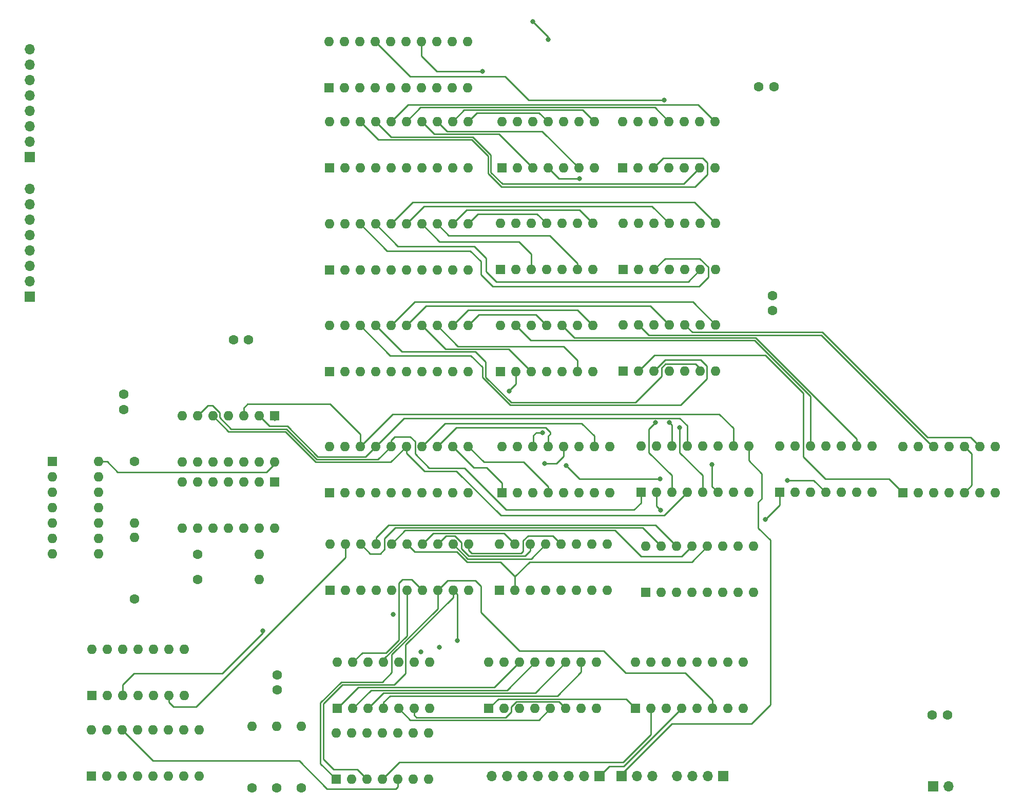
<source format=gbr>
%TF.GenerationSoftware,KiCad,Pcbnew,(5.1.9-0-10_14)*%
%TF.CreationDate,2021-04-21T01:18:25-04:00*%
%TF.ProjectId,ALU,414c552e-6b69-4636-9164-5f7063625858,rev?*%
%TF.SameCoordinates,Original*%
%TF.FileFunction,Copper,L2,Inr*%
%TF.FilePolarity,Positive*%
%FSLAX46Y46*%
G04 Gerber Fmt 4.6, Leading zero omitted, Abs format (unit mm)*
G04 Created by KiCad (PCBNEW (5.1.9-0-10_14)) date 2021-04-21 01:18:25*
%MOMM*%
%LPD*%
G01*
G04 APERTURE LIST*
%TA.AperFunction,ComponentPad*%
%ADD10O,1.700000X1.700000*%
%TD*%
%TA.AperFunction,ComponentPad*%
%ADD11R,1.700000X1.700000*%
%TD*%
%TA.AperFunction,ComponentPad*%
%ADD12O,1.600000X1.600000*%
%TD*%
%TA.AperFunction,ComponentPad*%
%ADD13R,1.600000X1.600000*%
%TD*%
%TA.AperFunction,ComponentPad*%
%ADD14C,1.600000*%
%TD*%
%TA.AperFunction,ViaPad*%
%ADD15C,0.800000*%
%TD*%
%TA.AperFunction,Conductor*%
%ADD16C,0.250000*%
%TD*%
G04 APERTURE END LIST*
D10*
%TO.N,/F3*%
%TO.C,J6*%
X152336500Y-148971000D03*
%TO.N,/F2*%
X154876500Y-148971000D03*
%TO.N,/F1*%
X157416500Y-148971000D03*
D11*
%TO.N,/F0*%
X159956500Y-148971000D03*
%TD*%
D12*
%TO.N,VCC*%
%TO.C,U19*%
X96139000Y-141922500D03*
%TO.N,GND*%
X111379000Y-149542500D03*
%TO.N,Net-(R8-Pad2)*%
X98679000Y-141922500D03*
%TO.N,/SUB*%
X108839000Y-149542500D03*
%TO.N,Net-(U19-Pad12)*%
X101219000Y-141922500D03*
%TO.N,Net-(U19-Pad5)*%
X106299000Y-149542500D03*
%TO.N,Net-(R7-Pad2)*%
X103759000Y-141922500D03*
%TO.N,Net-(U19-Pad4)*%
X103759000Y-149542500D03*
%TO.N,Net-(U19-Pad10)*%
X106299000Y-141922500D03*
%TO.N,/Y1*%
X101219000Y-149542500D03*
%TO.N,Net-(R6-Pad2)*%
X108839000Y-141922500D03*
%TO.N,Net-(U19-Pad2)*%
X98679000Y-149542500D03*
%TO.N,Net-(U19-Pad8)*%
X111379000Y-141922500D03*
D13*
%TO.N,/Y2*%
X96139000Y-149542500D03*
%TD*%
D12*
%TO.N,VCC*%
%TO.C,U27*%
X55816500Y-128079500D03*
%TO.N,GND*%
X71056500Y-135699500D03*
%TO.N,N/C*%
X58356500Y-128079500D03*
%TO.N,/SHIFT_EN*%
X68516500Y-135699500D03*
%TO.N,N/C*%
X60896500Y-128079500D03*
%TO.N,Net-(U26-Pad10)*%
X65976500Y-135699500D03*
%TO.N,N/C*%
X63436500Y-128079500D03*
%TO.N,Net-(U26-Pad9)*%
X63436500Y-135699500D03*
%TO.N,N/C*%
X65976500Y-128079500D03*
%TO.N,/SUM_OUT*%
X60896500Y-135699500D03*
%TO.N,N/C*%
X68516500Y-128079500D03*
%TO.N,Net-(U26-Pad15)*%
X58356500Y-135699500D03*
%TO.N,N/C*%
X71056500Y-128079500D03*
D13*
%TO.N,Net-(U19-Pad5)*%
X55816500Y-135699500D03*
%TD*%
D12*
%TO.N,VCC*%
%TO.C,U26*%
X55689500Y-141414500D03*
%TO.N,GND*%
X73469500Y-149034500D03*
%TO.N,Net-(U26-Pad15)*%
X58229500Y-141414500D03*
%TO.N,Net-(U26-Pad7)*%
X70929500Y-149034500D03*
%TO.N,Net-(U19-Pad5)*%
X60769500Y-141414500D03*
%TO.N,/F3*%
X68389500Y-149034500D03*
%TO.N,Net-(U26-Pad13)*%
X63309500Y-141414500D03*
%TO.N,GND*%
X65849500Y-149034500D03*
%TO.N,Net-(U26-Pad12)*%
X65849500Y-141414500D03*
%TO.N,GND*%
X63309500Y-149034500D03*
%TO.N,Net-(U26-Pad11)*%
X68389500Y-141414500D03*
%TO.N,/F2*%
X60769500Y-149034500D03*
%TO.N,Net-(U26-Pad10)*%
X70929500Y-141414500D03*
%TO.N,/F1*%
X58229500Y-149034500D03*
%TO.N,Net-(U26-Pad9)*%
X73469500Y-141414500D03*
D13*
%TO.N,/F0*%
X55689500Y-149034500D03*
%TD*%
D12*
%TO.N,VCC*%
%TO.C,U4*%
X85915500Y-97218500D03*
%TO.N,GND*%
X70675500Y-89598500D03*
%TO.N,Net-(U11-Pad4)*%
X83375500Y-97218500D03*
%TO.N,/SUM6*%
X73215500Y-89598500D03*
%TO.N,/SUM2*%
X80835500Y-97218500D03*
%TO.N,/SUM5*%
X75755500Y-89598500D03*
%TO.N,/SUM1*%
X78295500Y-97218500D03*
%TO.N,Net-(U11-Pad1)*%
X78295500Y-89598500D03*
%TO.N,Net-(U11-Pad5)*%
X75755500Y-97218500D03*
%TO.N,/SUM8*%
X80835500Y-89598500D03*
%TO.N,/SUM4*%
X73215500Y-97218500D03*
%TO.N,/SUM7*%
X83375500Y-89598500D03*
%TO.N,/SUM3*%
X70675500Y-97218500D03*
D13*
%TO.N,Net-(U11-Pad2)*%
X85915500Y-89598500D03*
%TD*%
D12*
%TO.N,VCC*%
%TO.C,U11*%
X85915500Y-108132000D03*
%TO.N,GND*%
X70675500Y-100512000D03*
%TO.N,Net-(R9-Pad2)*%
X83375500Y-108132000D03*
%TO.N,Net-(U11-Pad6)*%
X73215500Y-100512000D03*
%TO.N,Net-(R10-Pad2)*%
X80835500Y-108132000D03*
%TO.N,Net-(U11-Pad5)*%
X75755500Y-100512000D03*
%TO.N,Net-(U11-Pad11)*%
X78295500Y-108132000D03*
%TO.N,Net-(U11-Pad4)*%
X78295500Y-100512000D03*
%TO.N,Net-(U11-Pad10)*%
X75755500Y-108132000D03*
X80835500Y-100512000D03*
%TO.N,Net-(U11-Pad6)*%
X73215500Y-108132000D03*
%TO.N,Net-(U11-Pad2)*%
X83375500Y-100512000D03*
%TO.N,/EQ*%
X70675500Y-108132000D03*
D13*
%TO.N,Net-(U11-Pad1)*%
X85915500Y-100512000D03*
%TD*%
D12*
%TO.N,VCC*%
%TO.C,U25*%
X56891000Y-97141500D03*
%TO.N,GND*%
X49271000Y-112381500D03*
%TO.N,Net-(U25-Pad13)*%
X56891000Y-99681500D03*
%TO.N,/ZE*%
X49271000Y-109841500D03*
%TO.N,Net-(U25-Pad12)*%
X56891000Y-102221500D03*
%TO.N,/EQ*%
X49271000Y-107301500D03*
%TO.N,Net-(U25-Pad11)*%
X56891000Y-104761500D03*
%TO.N,/SUB*%
X49271000Y-104761500D03*
%TO.N,Net-(R11-Pad2)*%
X56891000Y-107301500D03*
%TO.N,/NEG*%
X49271000Y-102221500D03*
%TO.N,Net-(R12-Pad2)*%
X56891000Y-109841500D03*
%TO.N,/SUM8*%
X49271000Y-99681500D03*
%TO.N,Net-(U25-Pad8)*%
X56891000Y-112381500D03*
D13*
%TO.N,/SUB*%
X49271000Y-97141500D03*
%TD*%
D12*
%TO.N,Net-(R12-Pad2)*%
%TO.C,R12*%
X62865000Y-109664500D03*
D14*
%TO.N,GND*%
X62865000Y-119824500D03*
%TD*%
D12*
%TO.N,Net-(R11-Pad2)*%
%TO.C,R11*%
X62865000Y-107251500D03*
D14*
%TO.N,GND*%
X62865000Y-97091500D03*
%TD*%
D12*
%TO.N,Net-(R10-Pad2)*%
%TO.C,R10*%
X83439000Y-116586000D03*
D14*
%TO.N,GND*%
X73279000Y-116586000D03*
%TD*%
D12*
%TO.N,Net-(R9-Pad2)*%
%TO.C,R9*%
X83375500Y-112395000D03*
D14*
%TO.N,GND*%
X73215500Y-112395000D03*
%TD*%
D10*
%TO.N,/ZE*%
%TO.C,J4*%
X148272500Y-148971000D03*
%TO.N,/NEG*%
X145732500Y-148971000D03*
D11*
%TO.N,/CARRY_OUT*%
X143192500Y-148971000D03*
%TD*%
D10*
%TO.N,Net-(J5-Pad2)*%
%TO.C,J5*%
X197104000Y-150685500D03*
D11*
%TO.N,GND*%
X194564000Y-150685500D03*
%TD*%
D10*
%TO.N,/ALU_OUT8*%
%TO.C,J3*%
X121793000Y-148971000D03*
%TO.N,/ALU_OUT7*%
X124333000Y-148971000D03*
%TO.N,/ALU_OUT6*%
X126873000Y-148971000D03*
%TO.N,/ALU_OUT5*%
X129413000Y-148971000D03*
%TO.N,/ALU_OUT4*%
X131953000Y-148971000D03*
%TO.N,/ALU_OUT3*%
X134493000Y-148971000D03*
%TO.N,/ALU_OUT2*%
X137033000Y-148971000D03*
D11*
%TO.N,/ALU_OUT1*%
X139573000Y-148971000D03*
%TD*%
D10*
%TO.N,B8*%
%TO.C,J2*%
X45529500Y-52133500D03*
%TO.N,B7*%
X45529500Y-54673500D03*
%TO.N,B6*%
X45529500Y-57213500D03*
%TO.N,B5*%
X45529500Y-59753500D03*
%TO.N,B4*%
X45529500Y-62293500D03*
%TO.N,B3*%
X45529500Y-64833500D03*
%TO.N,B2*%
X45529500Y-67373500D03*
D11*
%TO.N,B1*%
X45529500Y-69913500D03*
%TD*%
D10*
%TO.N,A8*%
%TO.C,J1*%
X45529500Y-29083000D03*
%TO.N,A7*%
X45529500Y-31623000D03*
%TO.N,A6*%
X45529500Y-34163000D03*
%TO.N,A5*%
X45529500Y-36703000D03*
%TO.N,A4*%
X45529500Y-39243000D03*
%TO.N,A3*%
X45529500Y-41783000D03*
%TO.N,A2*%
X45529500Y-44323000D03*
D11*
%TO.N,A1*%
X45529500Y-46863000D03*
%TD*%
D12*
%TO.N,VCC*%
%TO.C,U24*%
X95059500Y-110744000D03*
%TO.N,GND*%
X117919500Y-118364000D03*
%TO.N,/SHIFT_EN*%
X97599500Y-110744000D03*
%TO.N,/Y1*%
X115379500Y-118364000D03*
%TO.N,Net-(U18-Pad15)*%
X100139500Y-110744000D03*
%TO.N,/Y2*%
X112839500Y-118364000D03*
%TO.N,Net-(U18-Pad14)*%
X102679500Y-110744000D03*
%TO.N,/Y3*%
X110299500Y-118364000D03*
%TO.N,Net-(U18-Pad13)*%
X105219500Y-110744000D03*
%TO.N,/Y4*%
X107759500Y-118364000D03*
%TO.N,Net-(U18-Pad12)*%
X107759500Y-110744000D03*
%TO.N,/Y5*%
X105219500Y-118364000D03*
%TO.N,Net-(U18-Pad7)*%
X110299500Y-110744000D03*
%TO.N,/Y6*%
X102679500Y-118364000D03*
%TO.N,Net-(U22-Pad14)*%
X112839500Y-110744000D03*
%TO.N,/Y7*%
X100139500Y-118364000D03*
%TO.N,Net-(U22-Pad13)*%
X115379500Y-110744000D03*
%TO.N,/Y8*%
X97599500Y-118364000D03*
%TO.N,Net-(U22-Pad12)*%
X117919500Y-110744000D03*
D13*
%TO.N,GND*%
X95059500Y-118364000D03*
%TD*%
D12*
%TO.N,VCC*%
%TO.C,U23*%
X169227500Y-94551500D03*
%TO.N,GND*%
X184467500Y-102171500D03*
%TO.N,/SUB*%
X171767500Y-94551500D03*
%TO.N,Net-(U17-Pad15)*%
X181927500Y-102171500D03*
%TO.N,B1*%
X174307500Y-94551500D03*
%TO.N,/SUB*%
X179387500Y-102171500D03*
%TO.N,Net-(U17-Pad6)*%
X176847500Y-94551500D03*
%TO.N,B3*%
X176847500Y-102171500D03*
%TO.N,/SUB*%
X179387500Y-94551500D03*
%TO.N,Net-(U17-Pad11)*%
X174307500Y-102171500D03*
%TO.N,B2*%
X181927500Y-94551500D03*
%TO.N,/SUB*%
X171767500Y-102171500D03*
%TO.N,Net-(U17-Pad2)*%
X184467500Y-94551500D03*
D13*
%TO.N,B4*%
X169227500Y-102171500D03*
%TD*%
D12*
%TO.N,VCC*%
%TO.C,U22*%
X123063000Y-110744000D03*
%TO.N,GND*%
X140843000Y-118364000D03*
%TO.N,Net-(U18-Pad7)*%
X125603000Y-110744000D03*
%TO.N,GND*%
X138303000Y-118364000D03*
%TO.N,Net-(U22-Pad14)*%
X128143000Y-110744000D03*
%TO.N,A1*%
X135763000Y-118364000D03*
%TO.N,Net-(U22-Pad13)*%
X130683000Y-110744000D03*
%TO.N,A2*%
X133223000Y-118364000D03*
%TO.N,Net-(U22-Pad12)*%
X133223000Y-110744000D03*
%TO.N,A3*%
X130683000Y-118364000D03*
%TO.N,/CLOCK*%
X135763000Y-110744000D03*
%TO.N,A4*%
X128143000Y-118364000D03*
%TO.N,/SHL*%
X138303000Y-110744000D03*
%TO.N,Net-(U18-Pad12)*%
X125603000Y-118364000D03*
%TO.N,/SHR*%
X140843000Y-110744000D03*
D13*
%TO.N,VCC*%
X123063000Y-118364000D03*
%TD*%
D12*
%TO.N,VCC*%
%TO.C,U21*%
X189547500Y-94615000D03*
%TO.N,GND*%
X204787500Y-102235000D03*
%TO.N,/SUB*%
X192087500Y-94615000D03*
%TO.N,Net-(U15-Pad15)*%
X202247500Y-102235000D03*
%TO.N,B5*%
X194627500Y-94615000D03*
%TO.N,/SUB*%
X199707500Y-102235000D03*
%TO.N,Net-(U15-Pad6)*%
X197167500Y-94615000D03*
%TO.N,B7*%
X197167500Y-102235000D03*
%TO.N,/SUB*%
X199707500Y-94615000D03*
%TO.N,Net-(U15-Pad11)*%
X194627500Y-102235000D03*
%TO.N,B6*%
X202247500Y-94615000D03*
%TO.N,/SUB*%
X192087500Y-102235000D03*
%TO.N,Net-(U15-Pad2)*%
X204787500Y-94615000D03*
D13*
%TO.N,B8*%
X189547500Y-102235000D03*
%TD*%
D12*
%TO.N,VCC*%
%TO.C,U20*%
X145478500Y-130175000D03*
%TO.N,GND*%
X163258500Y-137795000D03*
X148018500Y-130175000D03*
%TO.N,/ALU_OUT2*%
X160718500Y-137795000D03*
%TO.N,Net-(U12-Pad10)*%
X150558500Y-130175000D03*
%TO.N,/Y2*%
X158178500Y-137795000D03*
%TO.N,/Y4*%
X153098500Y-130175000D03*
%TO.N,Net-(U19-Pad2)*%
X155638500Y-137795000D03*
%TO.N,/ALU_OUT4*%
X155638500Y-130175000D03*
%TO.N,/ALU_OUT1*%
X153098500Y-137795000D03*
%TO.N,Net-(U12-Pad12)*%
X158178500Y-130175000D03*
%TO.N,/Y1*%
X150558500Y-137795000D03*
%TO.N,/Y3*%
X160718500Y-130175000D03*
%TO.N,Net-(U19-Pad4)*%
X148018500Y-137795000D03*
%TO.N,/ALU_OUT3*%
X163258500Y-130175000D03*
D13*
%TO.N,/NOT_OUT*%
X145478500Y-137795000D03*
%TD*%
D12*
%TO.N,VCC*%
%TO.C,U18*%
X147193000Y-111061500D03*
%TO.N,GND*%
X164973000Y-118681500D03*
%TO.N,Net-(U18-Pad15)*%
X149733000Y-111061500D03*
%TO.N,Net-(U18-Pad7)*%
X162433000Y-118681500D03*
%TO.N,Net-(U18-Pad14)*%
X152273000Y-111061500D03*
%TO.N,A5*%
X159893000Y-118681500D03*
%TO.N,Net-(U18-Pad13)*%
X154813000Y-111061500D03*
%TO.N,A6*%
X157353000Y-118681500D03*
%TO.N,Net-(U18-Pad12)*%
X157353000Y-111061500D03*
%TO.N,A7*%
X154813000Y-118681500D03*
%TO.N,/CLOCK*%
X159893000Y-111061500D03*
%TO.N,A8*%
X152273000Y-118681500D03*
%TO.N,/SHL*%
X162433000Y-111061500D03*
%TO.N,GND*%
X149733000Y-118681500D03*
%TO.N,/SHR*%
X164973000Y-111061500D03*
D13*
%TO.N,VCC*%
X147193000Y-118681500D03*
%TD*%
D12*
%TO.N,VCC*%
%TO.C,U17*%
X123444000Y-94615000D03*
%TO.N,GND*%
X141224000Y-102235000D03*
%TO.N,Net-(U17-Pad15)*%
X125984000Y-94615000D03*
%TO.N,/SUB*%
X138684000Y-102235000D03*
%TO.N,A3*%
X128524000Y-94615000D03*
%TO.N,Net-(U17-Pad6)*%
X136144000Y-102235000D03*
%TO.N,/SUM3*%
X131064000Y-94615000D03*
%TO.N,A1*%
X133604000Y-102235000D03*
%TO.N,A4*%
X133604000Y-94615000D03*
%TO.N,/SUM1*%
X131064000Y-102235000D03*
%TO.N,Net-(U17-Pad11)*%
X136144000Y-94615000D03*
%TO.N,A2*%
X128524000Y-102235000D03*
%TO.N,/SUM4*%
X138684000Y-94615000D03*
%TO.N,Net-(U17-Pad2)*%
X125984000Y-102235000D03*
%TO.N,Net-(U15-Pad7)*%
X141224000Y-94615000D03*
D13*
%TO.N,/SUM2*%
X123444000Y-102235000D03*
%TD*%
D12*
%TO.N,VCC*%
%TO.C,U16*%
X121285000Y-130238500D03*
%TO.N,GND*%
X139065000Y-137858500D03*
X123825000Y-130238500D03*
%TO.N,/ALU_OUT6*%
X136525000Y-137858500D03*
%TO.N,/Y8*%
X126365000Y-130238500D03*
%TO.N,Net-(U12-Pad6)*%
X133985000Y-137858500D03*
%TO.N,Net-(U12-Pad2)*%
X128905000Y-130238500D03*
%TO.N,/Y6*%
X131445000Y-137858500D03*
%TO.N,/ALU_OUT8*%
X131445000Y-130238500D03*
%TO.N,/ALU_OUT5*%
X128905000Y-137858500D03*
%TO.N,/Y7*%
X133985000Y-130238500D03*
%TO.N,Net-(U12-Pad8)*%
X126365000Y-137858500D03*
%TO.N,Net-(U12-Pad4)*%
X136525000Y-130238500D03*
%TO.N,/Y5*%
X123825000Y-137858500D03*
%TO.N,/ALU_OUT7*%
X139065000Y-130238500D03*
D13*
%TO.N,/NOT_OUT*%
X121285000Y-137858500D03*
%TD*%
D12*
%TO.N,VCC*%
%TO.C,U15*%
X146367500Y-94551500D03*
%TO.N,GND*%
X164147500Y-102171500D03*
%TO.N,Net-(U15-Pad15)*%
X148907500Y-94551500D03*
%TO.N,Net-(U15-Pad7)*%
X161607500Y-102171500D03*
%TO.N,A7*%
X151447500Y-94551500D03*
%TO.N,Net-(U15-Pad6)*%
X159067500Y-102171500D03*
%TO.N,/SUM7*%
X153987500Y-94551500D03*
%TO.N,A5*%
X156527500Y-102171500D03*
%TO.N,A8*%
X156527500Y-94551500D03*
%TO.N,/SUM5*%
X153987500Y-102171500D03*
%TO.N,Net-(U15-Pad11)*%
X159067500Y-94551500D03*
%TO.N,A6*%
X151447500Y-102171500D03*
%TO.N,/SUM8*%
X161607500Y-94551500D03*
%TO.N,Net-(U15-Pad2)*%
X148907500Y-102171500D03*
%TO.N,/CARRY_OUT*%
X164147500Y-94551500D03*
D13*
%TO.N,/SUM6*%
X146367500Y-102171500D03*
%TD*%
D12*
%TO.N,VCC*%
%TO.C,U14*%
X94996000Y-94615000D03*
%TO.N,GND*%
X117856000Y-102235000D03*
%TO.N,/SUM_OUT*%
X97536000Y-94615000D03*
%TO.N,/Y1*%
X115316000Y-102235000D03*
%TO.N,/SUM8*%
X100076000Y-94615000D03*
%TO.N,/Y2*%
X112776000Y-102235000D03*
%TO.N,/SUM7*%
X102616000Y-94615000D03*
%TO.N,/Y3*%
X110236000Y-102235000D03*
%TO.N,/SUM6*%
X105156000Y-94615000D03*
%TO.N,/Y4*%
X107696000Y-102235000D03*
%TO.N,/SUM5*%
X107696000Y-94615000D03*
%TO.N,/Y5*%
X105156000Y-102235000D03*
%TO.N,/SUM4*%
X110236000Y-94615000D03*
%TO.N,/Y6*%
X102616000Y-102235000D03*
%TO.N,/SUM3*%
X112776000Y-94615000D03*
%TO.N,/Y7*%
X100076000Y-102235000D03*
%TO.N,/SUM2*%
X115316000Y-94615000D03*
%TO.N,/Y8*%
X97536000Y-102235000D03*
%TO.N,/SUM1*%
X117856000Y-94615000D03*
D13*
%TO.N,GND*%
X94996000Y-102235000D03*
%TD*%
D12*
%TO.N,VCC*%
%TO.C,U13*%
X94932500Y-27813000D03*
%TO.N,GND*%
X117792500Y-35433000D03*
%TO.N,/PASS*%
X97472500Y-27813000D03*
%TO.N,/Y1*%
X115252500Y-35433000D03*
%TO.N,A8*%
X100012500Y-27813000D03*
%TO.N,/Y2*%
X112712500Y-35433000D03*
%TO.N,A7*%
X102552500Y-27813000D03*
%TO.N,/Y3*%
X110172500Y-35433000D03*
%TO.N,A6*%
X105092500Y-27813000D03*
%TO.N,/Y4*%
X107632500Y-35433000D03*
%TO.N,A5*%
X107632500Y-27813000D03*
%TO.N,/Y5*%
X105092500Y-35433000D03*
%TO.N,A4*%
X110172500Y-27813000D03*
%TO.N,/Y6*%
X102552500Y-35433000D03*
%TO.N,A3*%
X112712500Y-27813000D03*
%TO.N,/Y7*%
X100012500Y-35433000D03*
%TO.N,A2*%
X115252500Y-27813000D03*
%TO.N,/Y8*%
X97472500Y-35433000D03*
%TO.N,A1*%
X117792500Y-27813000D03*
D13*
%TO.N,GND*%
X94932500Y-35433000D03*
%TD*%
D12*
%TO.N,VCC*%
%TO.C,U12*%
X96266000Y-130238500D03*
%TO.N,GND*%
X111506000Y-137858500D03*
%TO.N,/Y3*%
X98806000Y-130238500D03*
%TO.N,Net-(U12-Pad6)*%
X108966000Y-137858500D03*
%TO.N,Net-(U12-Pad12)*%
X101346000Y-130238500D03*
%TO.N,/Y6*%
X106426000Y-137858500D03*
%TO.N,/Y4*%
X103886000Y-130238500D03*
%TO.N,Net-(U12-Pad4)*%
X103886000Y-137858500D03*
%TO.N,Net-(U12-Pad10)*%
X106426000Y-130238500D03*
%TO.N,/Y7*%
X101346000Y-137858500D03*
%TO.N,/Y5*%
X108966000Y-130238500D03*
%TO.N,Net-(U12-Pad2)*%
X98806000Y-137858500D03*
%TO.N,Net-(U12-Pad8)*%
X111506000Y-130238500D03*
D13*
%TO.N,/Y8*%
X96266000Y-137858500D03*
%TD*%
D12*
%TO.N,VCC*%
%TO.C,U10*%
X123190000Y-57848500D03*
%TO.N,GND*%
X138430000Y-65468500D03*
%TO.N,B1*%
X125730000Y-57848500D03*
%TO.N,Net-(U10-Pad6)*%
X135890000Y-65468500D03*
%TO.N,A1*%
X128270000Y-57848500D03*
%TO.N,B3*%
X133350000Y-65468500D03*
%TO.N,Net-(U10-Pad11)*%
X130810000Y-57848500D03*
%TO.N,A3*%
X130810000Y-65468500D03*
%TO.N,B2*%
X133350000Y-57848500D03*
%TO.N,Net-(U10-Pad3)*%
X128270000Y-65468500D03*
%TO.N,A2*%
X135890000Y-57848500D03*
%TO.N,B4*%
X125730000Y-65468500D03*
%TO.N,Net-(U10-Pad8)*%
X138430000Y-57848500D03*
D13*
%TO.N,A4*%
X123190000Y-65468500D03*
%TD*%
D12*
%TO.N,VCC*%
%TO.C,U9*%
X123190000Y-74676000D03*
%TO.N,GND*%
X138430000Y-82296000D03*
%TO.N,B1*%
X125730000Y-74676000D03*
%TO.N,Net-(U6-Pad13)*%
X135890000Y-82296000D03*
%TO.N,A1*%
X128270000Y-74676000D03*
%TO.N,B3*%
X133350000Y-82296000D03*
%TO.N,Net-(U6-Pad11)*%
X130810000Y-74676000D03*
%TO.N,A3*%
X130810000Y-82296000D03*
%TO.N,B2*%
X133350000Y-74676000D03*
%TO.N,Net-(U6-Pad14)*%
X128270000Y-82296000D03*
%TO.N,A2*%
X135890000Y-74676000D03*
%TO.N,B4*%
X125730000Y-82296000D03*
%TO.N,Net-(U6-Pad12)*%
X138430000Y-74676000D03*
D13*
%TO.N,A4*%
X123190000Y-82296000D03*
%TD*%
D12*
%TO.N,VCC*%
%TO.C,U8*%
X94996000Y-57912000D03*
%TO.N,GND*%
X117856000Y-65532000D03*
%TO.N,/XOR_OUT*%
X97536000Y-57912000D03*
%TO.N,/Y1*%
X115316000Y-65532000D03*
%TO.N,Net-(U2-Pad3)*%
X100076000Y-57912000D03*
%TO.N,/Y2*%
X112776000Y-65532000D03*
%TO.N,Net-(U2-Pad6)*%
X102616000Y-57912000D03*
%TO.N,/Y3*%
X110236000Y-65532000D03*
%TO.N,Net-(U2-Pad8)*%
X105156000Y-57912000D03*
%TO.N,/Y4*%
X107696000Y-65532000D03*
%TO.N,Net-(U2-Pad11)*%
X107696000Y-57912000D03*
%TO.N,/Y5*%
X105156000Y-65532000D03*
%TO.N,Net-(U10-Pad3)*%
X110236000Y-57912000D03*
%TO.N,/Y6*%
X102616000Y-65532000D03*
%TO.N,Net-(U10-Pad6)*%
X112776000Y-57912000D03*
%TO.N,/Y7*%
X100076000Y-65532000D03*
%TO.N,Net-(U10-Pad8)*%
X115316000Y-57912000D03*
%TO.N,/Y8*%
X97536000Y-65532000D03*
%TO.N,Net-(U10-Pad11)*%
X117856000Y-57912000D03*
D13*
%TO.N,GND*%
X94996000Y-65532000D03*
%TD*%
D12*
%TO.N,VCC*%
%TO.C,U7*%
X123444000Y-41084500D03*
%TO.N,GND*%
X138684000Y-48704500D03*
%TO.N,B1*%
X125984000Y-41084500D03*
%TO.N,Net-(U5-Pad13)*%
X136144000Y-48704500D03*
%TO.N,A1*%
X128524000Y-41084500D03*
%TO.N,B3*%
X133604000Y-48704500D03*
%TO.N,Net-(U5-Pad11)*%
X131064000Y-41084500D03*
%TO.N,A3*%
X131064000Y-48704500D03*
%TO.N,B2*%
X133604000Y-41084500D03*
%TO.N,Net-(U5-Pad14)*%
X128524000Y-48704500D03*
%TO.N,A2*%
X136144000Y-41084500D03*
%TO.N,B4*%
X125984000Y-48704500D03*
%TO.N,Net-(U5-Pad12)*%
X138684000Y-41084500D03*
D13*
%TO.N,A4*%
X123444000Y-48704500D03*
%TD*%
D12*
%TO.N,VCC*%
%TO.C,U6*%
X94996000Y-74676000D03*
%TO.N,GND*%
X117856000Y-82296000D03*
%TO.N,/OR_OUT*%
X97536000Y-74676000D03*
%TO.N,/Y1*%
X115316000Y-82296000D03*
%TO.N,Net-(U3-Pad3)*%
X100076000Y-74676000D03*
%TO.N,/Y2*%
X112776000Y-82296000D03*
%TO.N,Net-(U3-Pad6)*%
X102616000Y-74676000D03*
%TO.N,/Y3*%
X110236000Y-82296000D03*
%TO.N,Net-(U3-Pad8)*%
X105156000Y-74676000D03*
%TO.N,/Y4*%
X107696000Y-82296000D03*
%TO.N,Net-(U3-Pad11)*%
X107696000Y-74676000D03*
%TO.N,/Y5*%
X105156000Y-82296000D03*
%TO.N,Net-(U6-Pad14)*%
X110236000Y-74676000D03*
%TO.N,/Y6*%
X102616000Y-82296000D03*
%TO.N,Net-(U6-Pad13)*%
X112776000Y-74676000D03*
%TO.N,/Y7*%
X100076000Y-82296000D03*
%TO.N,Net-(U6-Pad12)*%
X115316000Y-74676000D03*
%TO.N,/Y8*%
X97536000Y-82296000D03*
%TO.N,Net-(U6-Pad11)*%
X117856000Y-74676000D03*
D13*
%TO.N,GND*%
X94996000Y-82296000D03*
%TD*%
D12*
%TO.N,VCC*%
%TO.C,U5*%
X94996000Y-41021000D03*
%TO.N,GND*%
X117856000Y-48641000D03*
%TO.N,/AND_OUT*%
X97536000Y-41021000D03*
%TO.N,/Y1*%
X115316000Y-48641000D03*
%TO.N,Net-(U1-Pad3)*%
X100076000Y-41021000D03*
%TO.N,/Y2*%
X112776000Y-48641000D03*
%TO.N,Net-(U1-Pad6)*%
X102616000Y-41021000D03*
%TO.N,/Y3*%
X110236000Y-48641000D03*
%TO.N,Net-(U1-Pad8)*%
X105156000Y-41021000D03*
%TO.N,/Y4*%
X107696000Y-48641000D03*
%TO.N,Net-(U1-Pad11)*%
X107696000Y-41021000D03*
%TO.N,/Y5*%
X105156000Y-48641000D03*
%TO.N,Net-(U5-Pad14)*%
X110236000Y-41021000D03*
%TO.N,/Y6*%
X102616000Y-48641000D03*
%TO.N,Net-(U5-Pad13)*%
X112776000Y-41021000D03*
%TO.N,/Y7*%
X100076000Y-48641000D03*
%TO.N,Net-(U5-Pad12)*%
X115316000Y-41021000D03*
%TO.N,/Y8*%
X97536000Y-48641000D03*
%TO.N,Net-(U5-Pad11)*%
X117856000Y-41021000D03*
D13*
%TO.N,GND*%
X94996000Y-48641000D03*
%TD*%
D12*
%TO.N,VCC*%
%TO.C,U3*%
X143446500Y-74549000D03*
%TO.N,GND*%
X158686500Y-82169000D03*
%TO.N,B5*%
X145986500Y-74549000D03*
%TO.N,Net-(U3-Pad6)*%
X156146500Y-82169000D03*
%TO.N,A5*%
X148526500Y-74549000D03*
%TO.N,B7*%
X153606500Y-82169000D03*
%TO.N,Net-(U3-Pad11)*%
X151066500Y-74549000D03*
%TO.N,A7*%
X151066500Y-82169000D03*
%TO.N,B6*%
X153606500Y-74549000D03*
%TO.N,Net-(U3-Pad3)*%
X148526500Y-82169000D03*
%TO.N,A6*%
X156146500Y-74549000D03*
%TO.N,B8*%
X145986500Y-82169000D03*
%TO.N,Net-(U3-Pad8)*%
X158686500Y-74549000D03*
D13*
%TO.N,A8*%
X143446500Y-82169000D03*
%TD*%
D12*
%TO.N,VCC*%
%TO.C,U2*%
X143446500Y-57848500D03*
%TO.N,GND*%
X158686500Y-65468500D03*
%TO.N,B5*%
X145986500Y-57848500D03*
%TO.N,Net-(U2-Pad6)*%
X156146500Y-65468500D03*
%TO.N,A5*%
X148526500Y-57848500D03*
%TO.N,B7*%
X153606500Y-65468500D03*
%TO.N,Net-(U2-Pad11)*%
X151066500Y-57848500D03*
%TO.N,A7*%
X151066500Y-65468500D03*
%TO.N,B6*%
X153606500Y-57848500D03*
%TO.N,Net-(U2-Pad3)*%
X148526500Y-65468500D03*
%TO.N,A6*%
X156146500Y-57848500D03*
%TO.N,B8*%
X145986500Y-65468500D03*
%TO.N,Net-(U2-Pad8)*%
X158686500Y-57848500D03*
D13*
%TO.N,A8*%
X143446500Y-65468500D03*
%TD*%
D12*
%TO.N,VCC*%
%TO.C,U1*%
X143383000Y-41021000D03*
%TO.N,GND*%
X158623000Y-48641000D03*
%TO.N,B5*%
X145923000Y-41021000D03*
%TO.N,Net-(U1-Pad6)*%
X156083000Y-48641000D03*
%TO.N,A5*%
X148463000Y-41021000D03*
%TO.N,B7*%
X153543000Y-48641000D03*
%TO.N,Net-(U1-Pad11)*%
X151003000Y-41021000D03*
%TO.N,A7*%
X151003000Y-48641000D03*
%TO.N,B6*%
X153543000Y-41021000D03*
%TO.N,Net-(U1-Pad3)*%
X148463000Y-48641000D03*
%TO.N,A6*%
X156083000Y-41021000D03*
%TO.N,B8*%
X145923000Y-48641000D03*
%TO.N,Net-(U1-Pad8)*%
X158623000Y-41021000D03*
D13*
%TO.N,A8*%
X143383000Y-48641000D03*
%TD*%
D12*
%TO.N,Net-(R8-Pad2)*%
%TO.C,R8*%
X86296500Y-140779500D03*
D14*
%TO.N,GND*%
X86296500Y-150939500D03*
%TD*%
D12*
%TO.N,Net-(R7-Pad2)*%
%TO.C,R7*%
X90360500Y-140779500D03*
D14*
%TO.N,GND*%
X90360500Y-150939500D03*
%TD*%
D12*
%TO.N,Net-(R6-Pad2)*%
%TO.C,R6*%
X82232500Y-140779500D03*
D14*
%TO.N,GND*%
X82232500Y-150939500D03*
%TD*%
%TO.N,GND*%
%TO.C,C7*%
X81666500Y-77046000D03*
%TO.N,VCC*%
X79166500Y-77046000D03*
%TD*%
%TO.N,GND*%
%TO.C,C6*%
X168298500Y-35306000D03*
%TO.N,VCC*%
X165798500Y-35306000D03*
%TD*%
%TO.N,GND*%
%TO.C,C5*%
X86360000Y-132310500D03*
%TO.N,VCC*%
X86360000Y-134810500D03*
%TD*%
%TO.N,GND*%
%TO.C,C4*%
X168084500Y-72223000D03*
%TO.N,VCC*%
X168084500Y-69723000D03*
%TD*%
%TO.N,GND*%
%TO.C,C2*%
X61087000Y-86019000D03*
%TO.N,VCC*%
X61087000Y-88519000D03*
%TD*%
%TO.N,GND*%
%TO.C,C1*%
X194413500Y-138938000D03*
%TO.N,VCC*%
X196913500Y-138938000D03*
%TD*%
D15*
%TO.N,A8*%
X128524000Y-24574500D03*
X131064000Y-27495500D03*
%TO.N,A6*%
X148780500Y-90704510D03*
%TO.N,A7*%
X151070079Y-90704510D03*
X150241000Y-37465000D03*
%TO.N,A5*%
X152781000Y-91503500D03*
%TO.N,A4*%
X130492500Y-97409000D03*
X120269000Y-32766000D03*
%TO.N,B3*%
X134048500Y-97790000D03*
X149542500Y-100012500D03*
X170561000Y-100203000D03*
%TO.N,A3*%
X130175000Y-92329000D03*
X136207500Y-50482500D03*
%TO.N,B4*%
X124650500Y-85534500D03*
X166856755Y-106661210D03*
%TO.N,/Y1*%
X116078000Y-126619000D03*
%TO.N,/Y4*%
X113093500Y-127762000D03*
%TO.N,Net-(U12-Pad12)*%
X105537000Y-122364500D03*
%TO.N,Net-(U12-Pad10)*%
X110109000Y-128524000D03*
%TO.N,/SUM_OUT*%
X84010500Y-125031500D03*
%TO.N,Net-(U15-Pad6)*%
X158115000Y-97630979D03*
%TO.N,Net-(U15-Pad2)*%
X149597489Y-105175917D03*
%TD*%
D16*
%TO.N,VCC*%
X56891000Y-97141500D02*
X58343000Y-97141500D01*
X58343000Y-97141500D02*
X60071000Y-98869500D01*
X60071000Y-98869500D02*
X84582000Y-98869500D01*
X85915500Y-97536000D02*
X85915500Y-97218500D01*
X84582000Y-98869500D02*
X85915500Y-97536000D01*
%TO.N,B8*%
X187261500Y-99949000D02*
X189547500Y-102235000D01*
X176784000Y-99949000D02*
X187261500Y-99949000D01*
X173182499Y-96347499D02*
X176784000Y-99949000D01*
X173182499Y-85869999D02*
X173182499Y-96347499D01*
X166878000Y-79565500D02*
X173182499Y-85869999D01*
X148590000Y-79565500D02*
X166878000Y-79565500D01*
X145986500Y-82169000D02*
X148590000Y-79565500D01*
%TO.N,Net-(U1-Pad6)*%
X121608011Y-49407101D02*
X123508910Y-51308000D01*
X105150489Y-43555489D02*
X118613900Y-43555489D01*
X118613900Y-43555489D02*
X121608011Y-46549600D01*
X121608011Y-46549600D02*
X121608011Y-49407101D01*
X102616000Y-41021000D02*
X105150489Y-43555489D01*
X123508910Y-51308000D02*
X153416000Y-51308000D01*
X153416000Y-51308000D02*
X156083000Y-48641000D01*
%TO.N,A8*%
X131064000Y-27114500D02*
X131064000Y-27495500D01*
X128524000Y-24574500D02*
X131064000Y-27114500D01*
%TO.N,B6*%
X200723500Y-93091000D02*
X202247500Y-94615000D01*
X176322967Y-75802467D02*
X193611500Y-93091000D01*
X154859967Y-75802467D02*
X176322967Y-75802467D01*
X193611500Y-93091000D02*
X200723500Y-93091000D01*
X153606500Y-74549000D02*
X154859967Y-75802467D01*
%TO.N,Net-(U1-Pad11)*%
X148659011Y-38677011D02*
X151003000Y-41021000D01*
X107696000Y-41021000D02*
X110039989Y-38677011D01*
X110039989Y-38677011D02*
X148659011Y-38677011D01*
%TO.N,A6*%
X151447500Y-99377500D02*
X147701000Y-95631000D01*
X147701000Y-95631000D02*
X147701000Y-91784010D01*
X147701000Y-91784010D02*
X148780500Y-90704510D01*
X151447500Y-102171500D02*
X151447500Y-99377500D01*
%TO.N,Net-(U1-Pad3)*%
X156527500Y-47053500D02*
X150050500Y-47053500D01*
X157289500Y-47815500D02*
X156527500Y-47053500D01*
X157289500Y-49784000D02*
X157289500Y-47815500D01*
X155257500Y-51816000D02*
X157289500Y-49784000D01*
X123380500Y-51816000D02*
X155257500Y-51816000D01*
X121158000Y-49593500D02*
X123380500Y-51816000D01*
X150050500Y-47053500D02*
X148463000Y-48641000D01*
X118427500Y-44005500D02*
X121158000Y-46736000D01*
X103060500Y-44005500D02*
X118427500Y-44005500D01*
X100076000Y-41021000D02*
X103060500Y-44005500D01*
X121158000Y-46736000D02*
X121158000Y-49593500D01*
%TO.N,A7*%
X151447500Y-91081931D02*
X151070079Y-90704510D01*
X151447500Y-94551500D02*
X151447500Y-91081931D01*
X102552500Y-27813000D02*
X108331000Y-33591500D01*
X108331000Y-33591500D02*
X123952000Y-33591500D01*
X127825500Y-37465000D02*
X150241000Y-37465000D01*
X123952000Y-33591500D02*
X127825500Y-37465000D01*
%TO.N,B5*%
X145986500Y-74549000D02*
X147689978Y-76252478D01*
X147689978Y-76252478D02*
X176136568Y-76252478D01*
X176136568Y-76252478D02*
X194499090Y-94615000D01*
X194499090Y-94615000D02*
X194627500Y-94615000D01*
%TO.N,Net-(U1-Pad8)*%
X155829000Y-38227000D02*
X158623000Y-41021000D01*
X107950000Y-38227000D02*
X155829000Y-38227000D01*
X105156000Y-41021000D02*
X107950000Y-38227000D01*
%TO.N,A5*%
X152781000Y-91503500D02*
X152781000Y-95631000D01*
X156527500Y-99377500D02*
X156527500Y-102171500D01*
X152781000Y-95631000D02*
X156527500Y-99377500D01*
%TO.N,Net-(U2-Pad6)*%
X102616000Y-57912000D02*
X106299000Y-61595000D01*
X106299000Y-61595000D02*
X118872000Y-61595000D01*
X118872000Y-61595000D02*
X120840500Y-63563500D01*
X120840500Y-63563500D02*
X120840500Y-65786000D01*
X120840500Y-65786000D02*
X122491500Y-67437000D01*
X154178000Y-67437000D02*
X156146500Y-65468500D01*
X122491500Y-67437000D02*
X154178000Y-67437000D01*
%TO.N,Net-(U2-Pad11)*%
X107696000Y-57912000D02*
X110617000Y-54991000D01*
X148209000Y-54991000D02*
X151066500Y-57848500D01*
X110617000Y-54991000D02*
X148209000Y-54991000D01*
%TO.N,Net-(U2-Pad3)*%
X100076000Y-57912000D02*
X104521000Y-62357000D01*
X104521000Y-62357000D02*
X118237000Y-62357000D01*
X118237000Y-62357000D02*
X119951500Y-64071500D01*
X119951500Y-64071500D02*
X119951500Y-66294000D01*
X119951500Y-66294000D02*
X121920000Y-68262500D01*
X121920000Y-68262500D02*
X155956000Y-68262500D01*
X155956000Y-68262500D02*
X157480000Y-66738500D01*
X157480000Y-66738500D02*
X157480000Y-65024000D01*
X157480000Y-65024000D02*
X156083000Y-63627000D01*
X150368000Y-63627000D02*
X148526500Y-65468500D01*
X156083000Y-63627000D02*
X150368000Y-63627000D01*
%TO.N,Net-(U2-Pad8)*%
X105156000Y-57912000D02*
X108712000Y-54356000D01*
X155194000Y-54356000D02*
X158686500Y-57848500D01*
X108712000Y-54356000D02*
X155194000Y-54356000D01*
%TO.N,Net-(U3-Pad6)*%
X120777000Y-80708500D02*
X119073522Y-79005022D01*
X145478500Y-87376000D02*
X124968000Y-87376000D01*
X149796500Y-83058000D02*
X145478500Y-87376000D01*
X150413501Y-81043999D02*
X149796500Y-81661000D01*
X119073522Y-79005022D02*
X106945022Y-79005022D01*
X156146500Y-82169000D02*
X156146500Y-81788000D01*
X124968000Y-87376000D02*
X120777000Y-83185000D01*
X149796500Y-81661000D02*
X149796500Y-83058000D01*
X120777000Y-83185000D02*
X120777000Y-80708500D01*
X106945022Y-79005022D02*
X102616000Y-74676000D01*
X155402499Y-81043999D02*
X150413501Y-81043999D01*
X156146500Y-81788000D02*
X155402499Y-81043999D01*
%TO.N,Net-(U3-Pad11)*%
X107696000Y-74676000D02*
X110934500Y-71437500D01*
X147955000Y-71437500D02*
X151066500Y-74549000D01*
X110934500Y-71437500D02*
X147955000Y-71437500D01*
%TO.N,Net-(U3-Pad3)*%
X124781600Y-87826011D02*
X152902489Y-87826011D01*
X100076000Y-74676000D02*
X105029000Y-79629000D01*
X118300500Y-79629000D02*
X120205500Y-81534000D01*
X157271501Y-81389001D02*
X156210000Y-80327500D01*
X120205500Y-81534000D02*
X120205500Y-83249911D01*
X120205500Y-83249911D02*
X124781600Y-87826011D01*
X152902489Y-87826011D02*
X157271501Y-83456999D01*
X105029000Y-79629000D02*
X118300500Y-79629000D01*
X156210000Y-80327500D02*
X150368000Y-80327500D01*
X157271501Y-83456999D02*
X157271501Y-81389001D01*
X150368000Y-80327500D02*
X148526500Y-82169000D01*
%TO.N,Net-(U3-Pad8)*%
X105156000Y-74676000D02*
X109029500Y-70802500D01*
X154940000Y-70802500D02*
X158686500Y-74549000D01*
X109029500Y-70802500D02*
X154940000Y-70802500D01*
%TO.N,A4*%
X130492500Y-97409000D02*
X132461000Y-97409000D01*
X133604000Y-96266000D02*
X133604000Y-94615000D01*
X132461000Y-97409000D02*
X133604000Y-96266000D01*
X110172500Y-27813000D02*
X110172500Y-30226000D01*
X112712500Y-32766000D02*
X120269000Y-32766000D01*
X110172500Y-30226000D02*
X112712500Y-32766000D01*
%TO.N,Net-(U11-Pad2)*%
X85915500Y-89598500D02*
X85915500Y-90360500D01*
%TO.N,B3*%
X134048500Y-97790000D02*
X136271000Y-100012500D01*
X136271000Y-100012500D02*
X149542500Y-100012500D01*
X174879000Y-100203000D02*
X176847500Y-102171500D01*
X170561000Y-100203000D02*
X174879000Y-100203000D01*
%TO.N,A3*%
X128651000Y-94488000D02*
X128524000Y-94615000D01*
X128651000Y-92773500D02*
X128651000Y-94488000D01*
X129095500Y-92329000D02*
X128651000Y-92773500D01*
X130175000Y-92329000D02*
X129095500Y-92329000D01*
X132842000Y-50482500D02*
X131064000Y-48704500D01*
X136207500Y-50482500D02*
X132842000Y-50482500D01*
%TO.N,B2*%
X181927500Y-93342178D02*
X181927500Y-94551500D01*
X165287811Y-76702489D02*
X181927500Y-93342178D01*
X133350000Y-74676000D02*
X135376489Y-76702489D01*
X135376489Y-76702489D02*
X165287811Y-76702489D01*
%TO.N,B1*%
X128206500Y-77152500D02*
X165101411Y-77152500D01*
X165101411Y-77152500D02*
X174307500Y-86358589D01*
X125730000Y-74676000D02*
X128206500Y-77152500D01*
X174307500Y-86358589D02*
X174307500Y-94551500D01*
%TO.N,B4*%
X125730000Y-82296000D02*
X125730000Y-84328000D01*
X124650500Y-85407500D02*
X124650500Y-85534500D01*
X125730000Y-84328000D02*
X124650500Y-85407500D01*
X169227500Y-104290465D02*
X166856755Y-106661210D01*
X169227500Y-102171500D02*
X169227500Y-104290465D01*
%TO.N,/Y1*%
X95694500Y-147891500D02*
X99568000Y-147891500D01*
X93980000Y-146177000D02*
X95694500Y-147891500D01*
X97149489Y-133927011D02*
X93980000Y-137096500D01*
X107551001Y-132034499D02*
X105658489Y-133927011D01*
X105658489Y-133927011D02*
X97149489Y-133927011D01*
X99568000Y-147891500D02*
X101219000Y-149542500D01*
X93980000Y-137096500D02*
X93980000Y-146177000D01*
X115379500Y-118364000D02*
X115379500Y-119511233D01*
X115379500Y-119511233D02*
X107551001Y-127339732D01*
X107551001Y-127339732D02*
X107551001Y-132034499D01*
X116078000Y-119062500D02*
X115379500Y-118364000D01*
X116078000Y-126619000D02*
X116078000Y-119062500D01*
%TO.N,/Y2*%
X103695500Y-133477000D02*
X105283000Y-131889500D01*
X96139000Y-149542500D02*
X93529989Y-146933489D01*
X93529989Y-146933489D02*
X93529989Y-136910100D01*
X105283000Y-131889500D02*
X105283000Y-128971322D01*
X105283000Y-128971322D02*
X112839500Y-121414822D01*
X96963089Y-133477000D02*
X103695500Y-133477000D01*
X112839500Y-121414822D02*
X112839500Y-118364000D01*
X93529989Y-136910100D02*
X96963089Y-133477000D01*
X158178500Y-137795000D02*
X158178500Y-136461500D01*
X158178500Y-136461500D02*
X153670000Y-131953000D01*
X153670000Y-131953000D02*
X143827500Y-131953000D01*
X143827500Y-131953000D02*
X140208000Y-128333500D01*
X140208000Y-128333500D02*
X126365000Y-128333500D01*
X126365000Y-128333500D02*
X120015000Y-121983500D01*
X120015000Y-121983500D02*
X120015000Y-117665500D01*
X120015000Y-117665500D02*
X119062500Y-116713000D01*
X114490500Y-116713000D02*
X112839500Y-118364000D01*
X119062500Y-116713000D02*
X114490500Y-116713000D01*
%TO.N,/Y3*%
X100393500Y-128651000D02*
X98806000Y-130238500D01*
X104330500Y-128651000D02*
X100393500Y-128651000D01*
X106426000Y-126555500D02*
X104330500Y-128651000D01*
X106426000Y-117157500D02*
X106426000Y-126555500D01*
X106997500Y-116586000D02*
X106426000Y-117157500D01*
X108521500Y-116586000D02*
X106997500Y-116586000D01*
X110299500Y-118364000D02*
X108521500Y-116586000D01*
%TO.N,/Y4*%
X107759500Y-125858411D02*
X103886000Y-129731911D01*
X103886000Y-129731911D02*
X103886000Y-130238500D01*
X107759500Y-118364000D02*
X107759500Y-125858411D01*
%TO.N,Net-(U5-Pad14)*%
X122924978Y-43105478D02*
X128524000Y-48704500D01*
X112320478Y-43105478D02*
X122924978Y-43105478D01*
X110236000Y-41021000D02*
X112320478Y-43105478D01*
%TO.N,/Y6*%
X129534489Y-139769011D02*
X108336511Y-139769011D01*
X131445000Y-137858500D02*
X129534489Y-139769011D01*
X108336511Y-139769011D02*
X106426000Y-137858500D01*
%TO.N,Net-(U5-Pad13)*%
X114410467Y-42655467D02*
X130094967Y-42655467D01*
X112776000Y-41021000D02*
X114410467Y-42655467D01*
X130094967Y-42655467D02*
X136144000Y-48704500D01*
%TO.N,/Y7*%
X103927456Y-135277044D02*
X101346000Y-137858500D01*
X128946456Y-135277044D02*
X103927456Y-135277044D01*
X133985000Y-130238500D02*
X128946456Y-135277044D01*
%TO.N,Net-(U5-Pad12)*%
X117209978Y-39127022D02*
X136726522Y-39127022D01*
X136726522Y-39127022D02*
X138684000Y-41084500D01*
X115316000Y-41021000D02*
X117209978Y-39127022D01*
%TO.N,/Y8*%
X99747478Y-134377022D02*
X96266000Y-137858500D01*
X126365000Y-130238500D02*
X122226478Y-134377022D01*
X122226478Y-134377022D02*
X99747478Y-134377022D01*
%TO.N,Net-(U5-Pad11)*%
X117856000Y-41021000D02*
X119299967Y-39577033D01*
X119299967Y-39577033D02*
X129556533Y-39577033D01*
X129556533Y-39577033D02*
X131064000Y-41084500D01*
%TO.N,Net-(U6-Pad14)*%
X110236000Y-74676000D02*
X114115011Y-78555011D01*
X114115011Y-78555011D02*
X124529011Y-78555011D01*
X124529011Y-78555011D02*
X128270000Y-82296000D01*
%TO.N,Net-(U6-Pad13)*%
X135890000Y-80391000D02*
X135890000Y-82296000D01*
X133604000Y-78105000D02*
X135890000Y-80391000D01*
X112776000Y-74676000D02*
X116205000Y-78105000D01*
X116205000Y-78105000D02*
X133604000Y-78105000D01*
%TO.N,Net-(U6-Pad12)*%
X115316000Y-74676000D02*
X117856000Y-72136000D01*
X135890000Y-72136000D02*
X138430000Y-74676000D01*
X117856000Y-72136000D02*
X135890000Y-72136000D01*
%TO.N,Net-(U6-Pad11)*%
X119634000Y-72898000D02*
X129032000Y-72898000D01*
X129032000Y-72898000D02*
X130810000Y-74676000D01*
X117856000Y-74676000D02*
X119634000Y-72898000D01*
%TO.N,Net-(U10-Pad3)*%
X110236000Y-57912000D02*
X113157000Y-60833000D01*
X113157000Y-60833000D02*
X126238000Y-60833000D01*
X128270000Y-62865000D02*
X128270000Y-65468500D01*
X126238000Y-60833000D02*
X128270000Y-62865000D01*
%TO.N,Net-(U10-Pad6)*%
X112776000Y-57912000D02*
X114681000Y-59817000D01*
X114681000Y-59817000D02*
X131318000Y-59817000D01*
X135890000Y-64389000D02*
X135890000Y-65468500D01*
X131318000Y-59817000D02*
X135890000Y-64389000D01*
%TO.N,Net-(U10-Pad8)*%
X115316000Y-57912000D02*
X117602000Y-55626000D01*
X136207500Y-55626000D02*
X138430000Y-57848500D01*
X117602000Y-55626000D02*
X136207500Y-55626000D01*
%TO.N,Net-(U10-Pad11)*%
X117856000Y-57912000D02*
X119507000Y-56261000D01*
X129222500Y-56261000D02*
X130810000Y-57848500D01*
X119507000Y-56261000D02*
X129222500Y-56261000D01*
%TO.N,Net-(U12-Pad6)*%
X132859999Y-136733499D02*
X125824999Y-136733499D01*
X133985000Y-137858500D02*
X132859999Y-136733499D01*
X124950001Y-138398501D02*
X124029502Y-139319000D01*
X124950001Y-137608497D02*
X124950001Y-138398501D01*
X125824999Y-136733499D02*
X124950001Y-137608497D01*
X124029502Y-139319000D02*
X109347000Y-139319000D01*
X108966000Y-138938000D02*
X108966000Y-137858500D01*
X109347000Y-139319000D02*
X108966000Y-138938000D01*
%TO.N,Net-(U12-Pad4)*%
X136525000Y-130238500D02*
X136525000Y-131826000D01*
X136525000Y-131826000D02*
X132588000Y-135763000D01*
X132588000Y-135763000D02*
X104965500Y-135763000D01*
X103886000Y-136842500D02*
X103886000Y-137858500D01*
X104965500Y-135763000D02*
X103886000Y-136842500D01*
%TO.N,Net-(U12-Pad2)*%
X101837467Y-134827033D02*
X124316467Y-134827033D01*
X124316467Y-134827033D02*
X128905000Y-130238500D01*
X98806000Y-137858500D02*
X101837467Y-134827033D01*
%TO.N,/SUM_OUT*%
X60896500Y-135699500D02*
X60896500Y-133921500D01*
X60896500Y-133921500D02*
X62738000Y-132080000D01*
X62738000Y-132080000D02*
X77343000Y-132080000D01*
X84010500Y-125412500D02*
X84010500Y-125031500D01*
X77343000Y-132080000D02*
X84010500Y-125412500D01*
%TO.N,Net-(U15-Pad6)*%
X159067500Y-102171500D02*
X158115000Y-101219000D01*
X158115000Y-101219000D02*
X158115000Y-97630979D01*
%TO.N,Net-(U15-Pad2)*%
X148907500Y-102171500D02*
X148907500Y-104485928D01*
X148907500Y-104485928D02*
X149597489Y-105175917D01*
%TO.N,/CARRY_OUT*%
X143192500Y-148971000D02*
X143192500Y-148526500D01*
%TO.N,/SUB*%
X199707500Y-94615000D02*
X200914000Y-95821500D01*
X200914000Y-101028500D02*
X199707500Y-102235000D01*
X200914000Y-95821500D02*
X200914000Y-101028500D01*
%TO.N,Net-(U18-Pad15)*%
X100139500Y-110744000D02*
X101727000Y-112331500D01*
X101727000Y-112331500D02*
X103378000Y-112331500D01*
X146690511Y-108019011D02*
X149733000Y-111061500D01*
X103378000Y-112331500D02*
X104094499Y-111615001D01*
X104094499Y-111615001D02*
X104094499Y-109773501D01*
X104094499Y-109773501D02*
X105848989Y-108019011D01*
X105848989Y-108019011D02*
X146690511Y-108019011D01*
%TO.N,Net-(U18-Pad7)*%
X112124467Y-108919033D02*
X123778033Y-108919033D01*
X123778033Y-108919033D02*
X125603000Y-110744000D01*
X110299500Y-110744000D02*
X112124467Y-108919033D01*
%TO.N,Net-(U18-Pad14)*%
X104723130Y-107569000D02*
X148780500Y-107569000D01*
X102679500Y-109612630D02*
X104723130Y-107569000D01*
X102679500Y-110744000D02*
X102679500Y-109612630D01*
X148780500Y-107569000D02*
X152273000Y-111061500D01*
%TO.N,Net-(U18-Pad13)*%
X107494478Y-108469022D02*
X142124022Y-108469022D01*
X146431000Y-112776000D02*
X153098500Y-112776000D01*
X142124022Y-108469022D02*
X146431000Y-112776000D01*
X153098500Y-112776000D02*
X154813000Y-111061500D01*
X105219500Y-110744000D02*
X107494478Y-108469022D01*
%TO.N,Net-(U18-Pad12)*%
X123190000Y-113665000D02*
X125603000Y-116078000D01*
X116014500Y-112014000D02*
X117665500Y-113665000D01*
X107759500Y-110744000D02*
X109029500Y-112014000D01*
X109029500Y-112014000D02*
X116014500Y-112014000D01*
X125603000Y-116078000D02*
X125603000Y-118364000D01*
X117665500Y-113665000D02*
X123190000Y-113665000D01*
X128016000Y-113665000D02*
X125603000Y-116078000D01*
X154749500Y-113665000D02*
X128016000Y-113665000D01*
X157353000Y-111061500D02*
X154749500Y-113665000D01*
%TO.N,Net-(U19-Pad4)*%
X103759000Y-149542500D02*
X106553000Y-146748500D01*
X106553000Y-146748500D02*
X143446500Y-146748500D01*
X148018500Y-142176500D02*
X148018500Y-137795000D01*
X143446500Y-146748500D02*
X148018500Y-142176500D01*
%TO.N,/ALU_OUT1*%
X141160500Y-147383500D02*
X139573000Y-148971000D01*
X143510000Y-147383500D02*
X141160500Y-147383500D01*
X153098500Y-137795000D02*
X143510000Y-147383500D01*
%TO.N,Net-(U22-Pad14)*%
X116768300Y-110467798D02*
X116768300Y-111494978D01*
X117991331Y-112718011D02*
X127300359Y-112718011D01*
X112839500Y-110744000D02*
X114214456Y-109369044D01*
X116768300Y-111494978D02*
X117991331Y-112718011D01*
X115669546Y-109369044D02*
X116768300Y-110467798D01*
X128143000Y-111875370D02*
X128143000Y-110744000D01*
X114214456Y-109369044D02*
X115669546Y-109369044D01*
X127300359Y-112718011D02*
X128143000Y-111875370D01*
%TO.N,Net-(U22-Pad13)*%
X115379500Y-110744000D02*
X115380910Y-110744000D01*
X117804932Y-113168022D02*
X128258978Y-113168022D01*
X128258978Y-113168022D02*
X130683000Y-110744000D01*
X115380910Y-110744000D02*
X117804932Y-113168022D01*
%TO.N,Net-(U22-Pad12)*%
X126936500Y-110172500D02*
X127762000Y-109347000D01*
X131826000Y-109347000D02*
X133223000Y-110744000D01*
X126936500Y-111887000D02*
X126936500Y-110172500D01*
X126555500Y-112268000D02*
X126936500Y-111887000D01*
X118427500Y-112268000D02*
X126555500Y-112268000D01*
X117919500Y-111760000D02*
X118427500Y-112268000D01*
X127762000Y-109347000D02*
X131826000Y-109347000D01*
X117919500Y-110744000D02*
X117919500Y-111760000D01*
%TO.N,/SHIFT_EN*%
X97599500Y-110744000D02*
X97599500Y-112903000D01*
X97599500Y-112903000D02*
X72961500Y-137541000D01*
X72961500Y-137541000D02*
X69278500Y-137541000D01*
X68516500Y-136779000D02*
X68516500Y-135699500D01*
X69278500Y-137541000D02*
X68516500Y-136779000D01*
%TO.N,/SUM6*%
X105156000Y-94615000D02*
X105156000Y-93662500D01*
X105156000Y-93662500D02*
X105791000Y-93027500D01*
X105791000Y-93027500D02*
X108331000Y-93027500D01*
X109110999Y-93807499D02*
X109110999Y-95867001D01*
X108331000Y-93027500D02*
X109110999Y-93807499D01*
X109110999Y-95867001D02*
X111478498Y-98234500D01*
X117258498Y-98234500D02*
X124116498Y-105092500D01*
X111478498Y-98234500D02*
X117258498Y-98234500D01*
X124116498Y-105092500D02*
X145224500Y-105092500D01*
X146367500Y-103949500D02*
X146367500Y-102171500D01*
X145224500Y-105092500D02*
X146367500Y-103949500D01*
X73215500Y-89598500D02*
X74930000Y-87884000D01*
X78783987Y-91751989D02*
X87879900Y-91751989D01*
X75706002Y-87884000D02*
X76880501Y-89058499D01*
X74930000Y-87884000D02*
X75706002Y-87884000D01*
X87879900Y-91751989D02*
X92896399Y-96768489D01*
X76880501Y-89058499D02*
X76880501Y-89848503D01*
X76880501Y-89848503D02*
X78783987Y-91751989D01*
X92896399Y-96768489D02*
X103002511Y-96768489D01*
X103002511Y-96768489D02*
X105156000Y-94615000D01*
%TO.N,/SUM2*%
X120904000Y-98107500D02*
X123444000Y-100647500D01*
X115316000Y-94615000D02*
X118808500Y-98107500D01*
X118808500Y-98107500D02*
X120904000Y-98107500D01*
X123444000Y-100647500D02*
X123444000Y-102235000D01*
%TO.N,/SUM5*%
X115956511Y-98684511D02*
X123253500Y-105981500D01*
X110634141Y-98684511D02*
X115956511Y-98684511D01*
X107696000Y-95746370D02*
X110634141Y-98684511D01*
X107696000Y-94615000D02*
X107696000Y-95746370D01*
X150177500Y-105981500D02*
X153987500Y-102171500D01*
X123253500Y-105981500D02*
X150177500Y-105981500D01*
X105092500Y-97218500D02*
X107696000Y-94615000D01*
X87693500Y-92202000D02*
X92710000Y-97218500D01*
X78359000Y-92202000D02*
X87693500Y-92202000D01*
X75755500Y-89598500D02*
X78359000Y-92202000D01*
X92710000Y-97218500D02*
X105092500Y-97218500D01*
%TO.N,/SUM1*%
X117856000Y-94615000D02*
X120459500Y-97218500D01*
X120459500Y-97218500D02*
X127000000Y-97218500D01*
X131064000Y-101282500D02*
X131064000Y-102235000D01*
X127000000Y-97218500D02*
X131064000Y-101282500D01*
%TO.N,/SUM8*%
X100076000Y-94615000D02*
X105410000Y-89281000D01*
X105410000Y-89281000D02*
X159258000Y-89281000D01*
X161607500Y-91630500D02*
X161607500Y-94551500D01*
X159258000Y-89281000D02*
X161607500Y-91630500D01*
X80835500Y-89598500D02*
X80835500Y-88265000D01*
X80835500Y-88265000D02*
X81470500Y-87630000D01*
X81470500Y-87630000D02*
X95123000Y-87630000D01*
X100076000Y-92583000D02*
X100076000Y-94615000D01*
X95123000Y-87630000D02*
X100076000Y-92583000D01*
%TO.N,/SUM4*%
X110236000Y-94615000D02*
X114046000Y-90805000D01*
X114046000Y-90805000D02*
X136588500Y-90805000D01*
X138684000Y-92900500D02*
X138684000Y-94615000D01*
X136588500Y-90805000D02*
X138684000Y-92900500D01*
%TO.N,/SUM7*%
X153987500Y-91186000D02*
X153987500Y-94551500D01*
X152781000Y-89979500D02*
X153987500Y-91186000D01*
X107251500Y-89979500D02*
X152781000Y-89979500D01*
X102616000Y-94615000D02*
X107251500Y-89979500D01*
X93082798Y-96318478D02*
X100912522Y-96318478D01*
X100912522Y-96318478D02*
X102616000Y-94615000D01*
X88066300Y-91301978D02*
X93082798Y-96318478D01*
X85078978Y-91301978D02*
X88066300Y-91301978D01*
X83375500Y-89598500D02*
X85078978Y-91301978D01*
%TO.N,/SUM3*%
X112776000Y-94615000D02*
X114554000Y-92837000D01*
X131064000Y-94615000D02*
X131064000Y-92900500D01*
X131064000Y-92900500D02*
X131381500Y-92583000D01*
X131381500Y-92583000D02*
X131381500Y-92265500D01*
X131381500Y-92265500D02*
X130619500Y-91503500D01*
X115887500Y-91503500D02*
X114554000Y-92837000D01*
X130619500Y-91503500D02*
X115887500Y-91503500D01*
%TO.N,/CARRY_OUT*%
X166306500Y-103251000D02*
X166306500Y-99123500D01*
X164147500Y-96964500D02*
X164147500Y-94551500D01*
X166306500Y-99123500D02*
X164147500Y-96964500D01*
X165735000Y-108077000D02*
X165735000Y-103822500D01*
X167703500Y-110045500D02*
X165735000Y-108077000D01*
X165735000Y-103822500D02*
X166306500Y-103251000D01*
X143192500Y-148971000D02*
X143192500Y-148653500D01*
X151511000Y-140335000D02*
X164592000Y-140335000D01*
X167703500Y-137223500D02*
X167703500Y-110045500D01*
X164592000Y-140335000D02*
X167703500Y-137223500D01*
X143192500Y-148653500D02*
X151511000Y-140335000D01*
%TO.N,/NOT_OUT*%
X143966988Y-136283488D02*
X122860012Y-136283488D01*
X122860012Y-136283488D02*
X121285000Y-137858500D01*
X145478500Y-137795000D02*
X143966988Y-136283488D01*
%TO.N,Net-(U19-Pad5)*%
X94615000Y-151130000D02*
X105918000Y-151130000D01*
X65849500Y-146494500D02*
X89979500Y-146494500D01*
X106299000Y-150749000D02*
X106299000Y-149542500D01*
X105918000Y-151130000D02*
X106299000Y-150749000D01*
X89979500Y-146494500D02*
X94615000Y-151130000D01*
X60769500Y-141414500D02*
X65849500Y-146494500D01*
%TD*%
M02*

</source>
